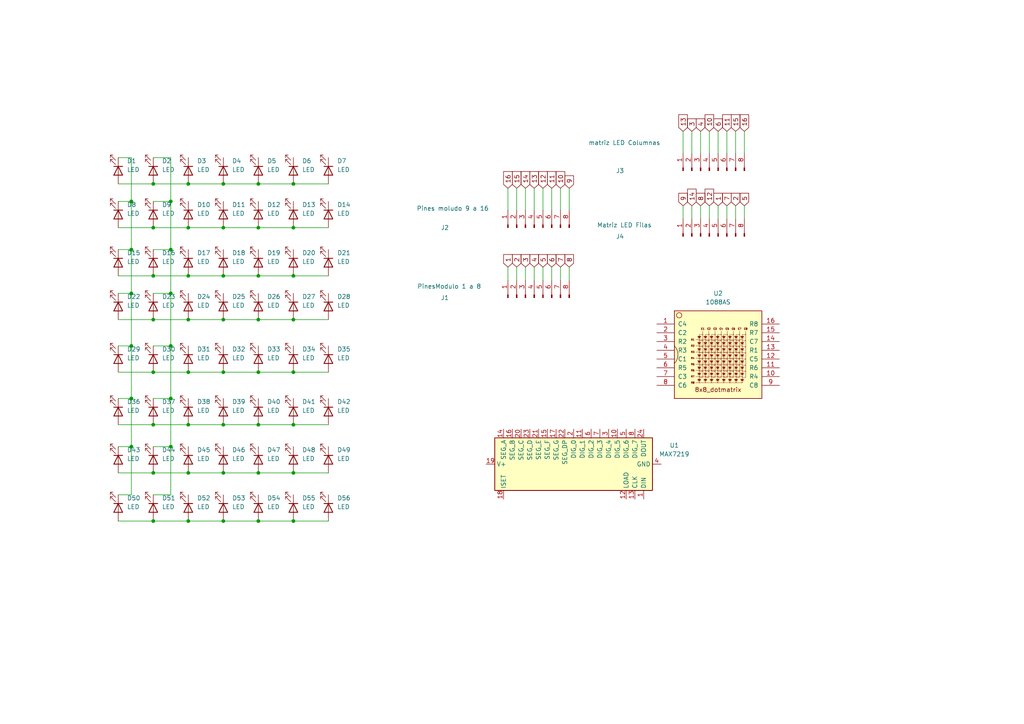
<source format=kicad_sch>
(kicad_sch (version 20250114) (generator "eeschema") (generator_version "9.0")
  (paper "A4")
  (lib_symbols
    (symbol "Connector:Conn_01x08_Pin" (pin_names (offset 1.016) (hide yes))
      (property "Reference" "J" (at 0 10.16 0))
      (property "Value" "Conn_01x08_Pin" (at 0 -12.7 0))
      (symbol "Conn_01x08_Pin_1_1"
        (pin passive line (at 5.08 7.62 180) (length 3.81) (name "Pin_1") (number "1"))
        (pin passive line (at 5.08 5.08 180) (length 3.81) (name "Pin_2") (number "2"))
        (pin passive line (at 5.08 2.54 180) (length 3.81) (name "Pin_3") (number "3"))
        (pin passive line (at 5.08 0 180) (length 3.81) (name "Pin_4") (number "4"))
        (pin passive line (at 5.08 -2.54 180) (length 3.81) (name "Pin_5") (number "5"))
        (pin passive line (at 5.08 -5.08 180) (length 3.81) (name "Pin_6") (number "6"))
        (pin passive line (at 5.08 -7.62 180) (length 3.81) (name "Pin_7") (number "7"))
        (pin passive line (at 5.08 -10.16 180) (length 3.81) (name "Pin_8") (number "8"))
      )
    )
    (symbol "Device:LED" (pin_numbers (hide yes)) (pin_names (offset 1.016) (hide yes))
      (property "Reference" "D" (at 0 2.54 0))
      (property "Value" "LED" (at 0 -2.54 0))
      (symbol "LED_1_1"
        (pin passive line (at -3.81 0 0) (length 2.54) (name "K") (number "1"))
        (pin passive line (at 3.81 0 180) (length 2.54) (name "A") (number "2"))
      )
    )
    (symbol "Driver_LED:MAX7219"
      (property "Reference" "U" (at -6.35 24.13 0))
      (property "Value" "MAX7219" (at 1.27 25.4 0))
      (symbol "MAX7219_1_1"
        (pin input line (at -10.16 20.32 0) (length 2.54) (name "ISET") (number "18"))
        (pin input line (at -10.16 -15.24 0) (length 2.54) (name "LOAD") (number "12"))
        (pin input line (at -10.16 -17.78 0) (length 2.54) (name "CLK") (number "13"))
        (pin input line (at -10.16 -20.32 0) (length 2.54) (name "DIN") (number "1"))
        (pin power_in line (at 0 25.4 270) (length 2.54) (name "V+") (number "19"))
        (pin power_in line (at 0 -25.4 90) (length 2.54) (name "GND") (number "4"))
        (pin passive line (at 0 -25.4 90) (length 2.54) (hide yes) (name "GND") (number "9"))
        (pin output line (at 10.16 20.32 180) (length 2.54) (name "SEG_A") (number "14"))
        (pin output line (at 10.16 17.78 180) (length 2.54) (name "SEG_B") (number "16"))
        (pin output line (at 10.16 15.24 180) (length 2.54) (name "SEG_C") (number "20"))
        (pin output line (at 10.16 12.7 180) (length 2.54) (name "SEG_D") (number "23"))
        (pin output line (at 10.16 10.16 180) (length 2.54) (name "SEG_E") (number "21"))
        (pin output line (at 10.16 7.62 180) (length 2.54) (name "SEG_F") (number "15"))
        (pin output line (at 10.16 5.08 180) (length 2.54) (name "SEG_G") (number "17"))
        (pin output line (at 10.16 2.54 180) (length 2.54) (name "SEG_DP") (number "22"))
        (pin output line (at 10.16 0 180) (length 2.54) (name "DIG_0") (number "2"))
        (pin output line (at 10.16 -2.54 180) (length 2.54) (name "DIG_1") (number "11"))
        (pin output line (at 10.16 -5.08 180) (length 2.54) (name "DIG_2") (number "6"))
        (pin output line (at 10.16 -7.62 180) (length 2.54) (name "DIG_3") (number "7"))
        (pin output line (at 10.16 -10.16 180) (length 2.54) (name "DIG_4") (number "3"))
        (pin output line (at 10.16 -12.7 180) (length 2.54) (name "DIG_5") (number "10"))
        (pin output line (at 10.16 -15.24 180) (length 2.54) (name "DIG_6") (number "5"))
        (pin output line (at 10.16 -17.78 180) (length 2.54) (name "DIG_7") (number "8"))
        (pin output line (at 10.16 -20.32 180) (length 2.54) (name "DOUT") (number "24"))
      )
    )
    (symbol "LED_1088as:1088AS" (pin_names (offset 1.016))
      (property "Reference" "U" (at 7.62 11.43 0))
      (property "Value" "1088AS" (at 0 11.43 0))
      (symbol "1088AS_0_0"
        (text "8x8_dotmatrix" (at 0 -10.16 0) (effects (font (size 1.27 1.27))))
      )
      (symbol "1088AS_1_1"
        (text "R1" (at -7.366 4.318 0) (effects (font (size 0.508 0.508))))
        (text "R2" (at -7.366 2.54 0) (effects (font (size 0.508 0.508))))
        (text "R3" (at -7.366 0.762 0) (effects (font (size 0.508 0.508))))
        (text "R4" (at -7.366 -1.016 0) (effects (font (size 0.508 0.508))))
        (text "R5" (at -7.366 -2.794 0) (effects (font (size 0.508 0.508))))
        (text "R6" (at -7.366 -4.572 0) (effects (font (size 0.508 0.508))))
        (text "R7" (at -7.366 -6.35 0) (effects (font (size 0.508 0.508))))
        (text "R8" (at -7.366 -8.128 0) (effects (font (size 0.508 0.508))))
        (text "C1" (at -4.445 7.493 0) (effects (font (size 0.508 0.508))))
        (text "C2" (at -2.667 7.493 0) (effects (font (size 0.508 0.508))))
        (text "C3" (at -0.889 7.493 0) (effects (font (size 0.508 0.508))))
        (text "C4" (at 0.889 7.493 0) (effects (font (size 0.508 0.508))))
        (text "C5" (at 2.667 7.493 0) (effects (font (size 0.508 0.508))))
        (text "C6" (at 4.445 7.493 0) (effects (font (size 0.508 0.508))))
        (text "C7" (at 6.223 7.493 0) (effects (font (size 0.508 0.508))))
        (text "C8" (at 8.001 7.493 0) (effects (font (size 0.508 0.508))))
        (pin input line (at -17.78 8.89 0) (length 5.08) (name "C4") (number "1"))
        (pin input line (at -17.78 6.35 0) (length 5.08) (name "C2") (number "2"))
        (pin output line (at -17.78 3.81 0) (length 5.08) (name "R2") (number "3"))
        (pin output line (at -17.78 1.27 0) (length 5.08) (name "R3") (number "4"))
        (pin input line (at -17.78 -1.27 0) (length 5.08) (name "C1") (number "5"))
        (pin output line (at -17.78 -3.81 0) (length 5.08) (name "R5") (number "6"))
        (pin input line (at -17.78 -6.35 0) (length 5.08) (name "C3") (number "7"))
        (pin input line (at -17.78 -8.89 0) (length 5.08) (name "C6") (number "8"))
        (pin output line (at 17.78 8.89 180) (length 5.08) (name "R8") (number "16"))
        (pin output line (at 17.78 6.35 180) (length 5.08) (name "R7") (number "15"))
        (pin input line (at 17.78 3.81 180) (length 5.08) (name "C7") (number "14"))
        (pin output line (at 17.78 1.27 180) (length 5.08) (name "R1") (number "13"))
        (pin input line (at 17.78 -1.27 180) (length 5.08) (name "C5") (number "12"))
        (pin output line (at 17.78 -3.81 180) (length 5.08) (name "R6") (number "11"))
        (pin output line (at 17.78 -6.35 180) (length 5.08) (name "R4") (number "10"))
        (pin input line (at 17.78 -8.89 180) (length 5.08) (name "C8") (number "9"))
      )
    )
  )
  (junction (at 64.77 80.01))
  (junction (at 54.61 53.34))
  (junction (at 49.53 129.54))
  (junction (at 85.09 92.71))
  (junction (at 64.77 92.71))
  (junction (at 85.09 123.19))
  (junction (at 74.93 80.01))
  (junction (at 74.93 53.34))
  (junction (at 44.45 123.19))
  (junction (at 74.93 151.13))
  (junction (at 44.45 53.34))
  (junction (at 44.45 92.71))
  (junction (at 49.53 72.39))
  (junction (at 38.1 85.09))
  (junction (at 54.61 151.13))
  (junction (at 74.93 123.19))
  (junction (at 54.61 92.71))
  (junction (at 85.09 151.13))
  (junction (at 64.77 53.34))
  (junction (at 74.93 107.95))
  (junction (at 85.09 53.34))
  (junction (at 74.93 92.71))
  (junction (at 44.45 151.13))
  (junction (at 38.1 100.33))
  (junction (at 85.09 137.16))
  (junction (at 44.45 137.16))
  (junction (at 54.61 66.04))
  (junction (at 64.77 151.13))
  (junction (at 49.53 85.09))
  (junction (at 74.93 137.16))
  (junction (at 44.45 66.04))
  (junction (at 38.1 58.42))
  (junction (at 44.45 107.95))
  (junction (at 38.1 115.57))
  (junction (at 38.1 72.39))
  (junction (at 54.61 137.16))
  (junction (at 54.61 107.95))
  (junction (at 38.1 129.54))
  (junction (at 74.93 66.04))
  (junction (at 85.09 66.04))
  (junction (at 44.45 80.01))
  (junction (at 85.09 80.01))
  (junction (at 54.61 123.19))
  (junction (at 64.77 123.19))
  (junction (at 49.53 100.33))
  (junction (at 54.61 80.01))
  (junction (at 64.77 137.16))
  (junction (at 49.53 115.57))
  (junction (at 49.53 58.42))
  (junction (at 64.77 66.04))
  (junction (at 64.77 107.95))
  (junction (at 85.09 107.95))
  (wire (pts (xy 85.09 92.71) (xy 95.25 92.71)))
  (wire (pts (xy 208.28 59.69) (xy 208.28 63.5)))
  (wire (pts (xy 54.61 151.13) (xy 64.77 151.13)))
  (wire (pts (xy 74.93 66.04) (xy 85.09 66.04)))
  (wire (pts (xy 200.66 59.69) (xy 200.66 63.5)))
  (wire (pts (xy 44.45 143.51) (xy 49.53 143.51)))
  (wire (pts (xy 49.53 115.57) (xy 49.53 100.33)))
  (wire (pts (xy 54.61 53.34) (xy 64.77 53.34)))
  (wire (pts (xy 38.1 72.39) (xy 38.1 85.09)))
  (wire (pts (xy 34.29 72.39) (xy 38.1 72.39)))
  (wire (pts (xy 205.74 38.1) (xy 205.74 44.45)))
  (wire (pts (xy 54.61 107.95) (xy 64.77 107.95)))
  (wire (pts (xy 44.45 115.57) (xy 49.53 115.57)))
  (wire (pts (xy 160.02 54.61) (xy 160.02 60.96)))
  (wire (pts (xy 38.1 100.33) (xy 38.1 115.57)))
  (wire (pts (xy 34.29 58.42) (xy 38.1 58.42)))
  (wire (pts (xy 34.29 100.33) (xy 38.1 100.33)))
  (wire (pts (xy 198.12 38.1) (xy 198.12 44.45)))
  (wire (pts (xy 147.32 77.47) (xy 147.32 81.28)))
  (wire (pts (xy 64.77 66.04) (xy 74.93 66.04)))
  (wire (pts (xy 85.09 137.16) (xy 95.25 137.16)))
  (wire (pts (xy 49.53 45.72) (xy 44.45 45.72)))
  (wire (pts (xy 64.77 123.19) (xy 74.93 123.19)))
  (wire (pts (xy 54.61 123.19) (xy 64.77 123.19)))
  (wire (pts (xy 215.9 38.1) (xy 215.9 44.45)))
  (wire (pts (xy 85.09 123.19) (xy 95.25 123.19)))
  (wire (pts (xy 34.29 137.16) (xy 44.45 137.16)))
  (wire (pts (xy 34.29 123.19) (xy 44.45 123.19)))
  (wire (pts (xy 54.61 80.01) (xy 64.77 80.01)))
  (wire (pts (xy 34.29 53.34) (xy 44.45 53.34)))
  (wire (pts (xy 85.09 151.13) (xy 95.25 151.13)))
  (wire (pts (xy 149.86 77.47) (xy 149.86 81.28)))
  (wire (pts (xy 205.74 59.69) (xy 205.74 63.5)))
  (wire (pts (xy 210.82 38.1) (xy 210.82 44.45)))
  (wire (pts (xy 74.93 80.01) (xy 85.09 80.01)))
  (wire (pts (xy 154.94 54.61) (xy 154.94 60.96)))
  (wire (pts (xy 154.94 77.47) (xy 154.94 81.28)))
  (wire (pts (xy 34.29 45.72) (xy 38.1 45.72)))
  (wire (pts (xy 165.1 77.47) (xy 165.1 81.28)))
  (wire (pts (xy 74.93 151.13) (xy 85.09 151.13)))
  (wire (pts (xy 74.93 137.16) (xy 85.09 137.16)))
  (wire (pts (xy 44.45 129.54) (xy 49.53 129.54)))
  (wire (pts (xy 44.45 85.09) (xy 49.53 85.09)))
  (wire (pts (xy 64.77 151.13) (xy 74.93 151.13)))
  (wire (pts (xy 44.45 137.16) (xy 54.61 137.16)))
  (wire (pts (xy 44.45 72.39) (xy 49.53 72.39)))
  (wire (pts (xy 38.1 45.72) (xy 38.1 58.42)))
  (wire (pts (xy 44.45 66.04) (xy 54.61 66.04)))
  (wire (pts (xy 64.77 107.95) (xy 74.93 107.95)))
  (wire (pts (xy 54.61 66.04) (xy 64.77 66.04)))
  (wire (pts (xy 34.29 92.71) (xy 44.45 92.71)))
  (wire (pts (xy 64.77 137.16) (xy 74.93 137.16)))
  (wire (pts (xy 49.53 85.09) (xy 49.53 72.39)))
  (wire (pts (xy 38.1 129.54) (xy 38.1 143.51)))
  (wire (pts (xy 74.93 92.71) (xy 85.09 92.71)))
  (wire (pts (xy 44.45 58.42) (xy 49.53 58.42)))
  (wire (pts (xy 74.93 107.95) (xy 85.09 107.95)))
  (wire (pts (xy 85.09 66.04) (xy 95.25 66.04)))
  (wire (pts (xy 203.2 59.69) (xy 203.2 63.5)))
  (wire (pts (xy 152.4 54.61) (xy 152.4 60.96)))
  (wire (pts (xy 210.82 59.69) (xy 210.82 63.5)))
  (wire (pts (xy 34.29 129.54) (xy 38.1 129.54)))
  (wire (pts (xy 34.29 151.13) (xy 44.45 151.13)))
  (wire (pts (xy 147.32 54.61) (xy 147.32 60.96)))
  (wire (pts (xy 38.1 115.57) (xy 38.1 129.54)))
  (wire (pts (xy 160.02 77.47) (xy 160.02 81.28)))
  (wire (pts (xy 215.9 59.69) (xy 215.9 63.5)))
  (wire (pts (xy 38.1 58.42) (xy 38.1 72.39)))
  (wire (pts (xy 44.45 80.01) (xy 54.61 80.01)))
  (wire (pts (xy 85.09 80.01) (xy 95.25 80.01)))
  (wire (pts (xy 44.45 100.33) (xy 49.53 100.33)))
  (wire (pts (xy 200.66 38.1) (xy 200.66 44.45)))
  (wire (pts (xy 49.53 72.39) (xy 49.53 58.42)))
  (wire (pts (xy 74.93 53.34) (xy 85.09 53.34)))
  (wire (pts (xy 34.29 85.09) (xy 38.1 85.09)))
  (wire (pts (xy 162.56 54.61) (xy 162.56 60.96)))
  (wire (pts (xy 54.61 137.16) (xy 64.77 137.16)))
  (wire (pts (xy 38.1 85.09) (xy 38.1 100.33)))
  (wire (pts (xy 49.53 143.51) (xy 49.53 129.54)))
  (wire (pts (xy 74.93 123.19) (xy 85.09 123.19)))
  (wire (pts (xy 152.4 77.47) (xy 152.4 81.28)))
  (wire (pts (xy 44.45 151.13) (xy 54.61 151.13)))
  (wire (pts (xy 44.45 53.34) (xy 54.61 53.34)))
  (wire (pts (xy 64.77 53.34) (xy 74.93 53.34)))
  (wire (pts (xy 198.12 59.69) (xy 198.12 63.5)))
  (wire (pts (xy 34.29 80.01) (xy 44.45 80.01)))
  (wire (pts (xy 44.45 123.19) (xy 54.61 123.19)))
  (wire (pts (xy 203.2 38.1) (xy 203.2 44.45)))
  (wire (pts (xy 54.61 92.71) (xy 64.77 92.71)))
  (wire (pts (xy 208.28 38.1) (xy 208.28 44.45)))
  (wire (pts (xy 44.45 107.95) (xy 54.61 107.95)))
  (wire (pts (xy 157.48 77.47) (xy 157.48 81.28)))
  (wire (pts (xy 85.09 53.34) (xy 95.25 53.34)))
  (wire (pts (xy 157.48 54.61) (xy 157.48 60.96)))
  (wire (pts (xy 34.29 115.57) (xy 38.1 115.57)))
  (wire (pts (xy 49.53 100.33) (xy 49.53 85.09)))
  (wire (pts (xy 64.77 80.01) (xy 74.93 80.01)))
  (wire (pts (xy 49.53 58.42) (xy 49.53 45.72)))
  (wire (pts (xy 34.29 66.04) (xy 44.45 66.04)))
  (wire (pts (xy 85.09 107.95) (xy 95.25 107.95)))
  (wire (pts (xy 34.29 107.95) (xy 44.45 107.95)))
  (wire (pts (xy 49.53 129.54) (xy 49.53 115.57)))
  (wire (pts (xy 44.45 92.71) (xy 54.61 92.71)))
  (wire (pts (xy 213.36 59.69) (xy 213.36 63.5)))
  (wire (pts (xy 162.56 77.47) (xy 162.56 81.28)))
  (wire (pts (xy 64.77 92.71) (xy 74.93 92.71)))
  (wire (pts (xy 165.1 54.61) (xy 165.1 60.96)))
  (wire (pts (xy 213.36 38.1) (xy 213.36 44.45)))
  (wire (pts (xy 149.86 54.61) (xy 149.86 60.96)))
  (wire (pts (xy 38.1 143.51) (xy 34.29 143.51)))
  (global_label "9" (shape input) (at 198.12 59.69 90) (property "Intersheetrefs" "${INTERSHEET_REFS}" (effects (hide yes))))
  (global_label "2" (shape input) (at 149.86 77.47 90) (property "Intersheetrefs" "${INTERSHEET_REFS}" (effects (hide yes))))
  (global_label "10" (shape input) (at 162.56 54.61 90) (property "Intersheetrefs" "${INTERSHEET_REFS}" (effects (hide yes))))
  (global_label "4" (shape input) (at 203.2 38.1 90) (property "Intersheetrefs" "${INTERSHEET_REFS}" (effects (hide yes))))
  (global_label "15" (shape input) (at 213.36 38.1 90) (property "Intersheetrefs" "${INTERSHEET_REFS}" (effects (hide yes))))
  (global_label "16" (shape input) (at 215.9 38.1 90) (property "Intersheetrefs" "${INTERSHEET_REFS}" (effects (hide yes))))
  (global_label "1" (shape input) (at 147.32 77.47 90) (property "Intersheetrefs" "${INTERSHEET_REFS}" (effects (hide yes))))
  (global_label "12" (shape input) (at 157.48 54.61 90) (property "Intersheetrefs" "${INTERSHEET_REFS}" (effects (hide yes))))
  (global_label "6" (shape input) (at 208.28 38.1 90) (property "Intersheetrefs" "${INTERSHEET_REFS}" (effects (hide yes))))
  (global_label "5" (shape input) (at 157.48 77.47 90) (property "Intersheetrefs" "${INTERSHEET_REFS}" (effects (hide yes))))
  (global_label "8" (shape input) (at 203.2 59.69 90) (property "Intersheetrefs" "${INTERSHEET_REFS}" (effects (hide yes))))
  (global_label "13" (shape input) (at 198.12 38.1 90) (property "Intersheetrefs" "${INTERSHEET_REFS}" (effects (hide yes))))
  (global_label "5" (shape input) (at 215.9 59.69 90) (property "Intersheetrefs" "${INTERSHEET_REFS}" (effects (hide yes))))
  (global_label "9" (shape input) (at 165.1 54.61 90) (property "Intersheetrefs" "${INTERSHEET_REFS}" (effects (hide yes))))
  (global_label "14" (shape input) (at 152.4 54.61 90) (property "Intersheetrefs" "${INTERSHEET_REFS}" (effects (hide yes))))
  (global_label "15" (shape input) (at 149.86 54.61 90) (property "Intersheetrefs" "${INTERSHEET_REFS}" (effects (hide yes))))
  (global_label "3" (shape input) (at 200.66 38.1 90) (property "Intersheetrefs" "${INTERSHEET_REFS}" (effects (hide yes))))
  (global_label "8" (shape input) (at 165.1 77.47 90) (property "Intersheetrefs" "${INTERSHEET_REFS}" (effects (hide yes))))
  (global_label "4" (shape input) (at 154.94 77.47 90) (property "Intersheetrefs" "${INTERSHEET_REFS}" (effects (hide yes))))
  (global_label "13" (shape input) (at 154.94 54.61 90) (property "Intersheetrefs" "${INTERSHEET_REFS}" (effects (hide yes))))
  (global_label "7" (shape input) (at 162.56 77.47 90) (property "Intersheetrefs" "${INTERSHEET_REFS}" (effects (hide yes))))
  (global_label "11" (shape input) (at 160.02 54.61 90) (property "Intersheetrefs" "${INTERSHEET_REFS}" (effects (hide yes))))
  (global_label "6" (shape input) (at 160.02 77.47 90) (property "Intersheetrefs" "${INTERSHEET_REFS}" (effects (hide yes))))
  (global_label "12" (shape input) (at 205.74 59.69 90) (property "Intersheetrefs" "${INTERSHEET_REFS}" (effects (hide yes))))
  (global_label "1" (shape input) (at 208.28 59.69 90) (property "Intersheetrefs" "${INTERSHEET_REFS}" (effects (hide yes))))
  (global_label "14" (shape input) (at 200.66 59.69 90) (property "Intersheetrefs" "${INTERSHEET_REFS}" (effects (hide yes))))
  (global_label "3" (shape input) (at 152.4 77.47 90) (property "Intersheetrefs" "${INTERSHEET_REFS}" (effects (hide yes))))
  (global_label "7" (shape input) (at 210.82 59.69 90) (property "Intersheetrefs" "${INTERSHEET_REFS}" (effects (hide yes))))
  (global_label "2" (shape input) (at 213.36 59.69 90) (property "Intersheetrefs" "${INTERSHEET_REFS}" (effects (hide yes))))
  (global_label "10" (shape input) (at 205.74 38.1 90) (property "Intersheetrefs" "${INTERSHEET_REFS}" (effects (hide yes))))
  (global_label "16" (shape input) (at 147.32 54.61 90) (property "Intersheetrefs" "${INTERSHEET_REFS}" (effects (hide yes))))
  (global_label "11" (shape input) (at 210.82 38.1 90) (property "Intersheetrefs" "${INTERSHEET_REFS}" (effects (hide yes))))
  (symbol (lib_id "Device:LED") (at 85.09 49.53 270) (unit 1)
    (property "Reference" "D6" (at 87.63 46.6724 90) (effects (justify left)))
    (property "Value" "LED" (at 87.63 49.2124 90) (effects (justify left)))
    (property "Footprint" "LED_THT:LED_D3.0mm_Clear" (effects (hide yes)))
    (property "Description" "Light emitting diode" (effects (hide yes)))
    (property "Sim.Pins" "1=K 2=A" (effects (hide yes)))
  )
  (symbol (lib_id "Device:LED") (at 95.25 104.14 270) (unit 1)
    (property "Reference" "D35" (at 97.79 101.2824 90) (effects (justify left)))
    (property "Value" "LED" (at 97.79 103.8224 90) (effects (justify left)))
    (property "Footprint" "LED_THT:LED_D3.0mm_Clear" (effects (hide yes)))
    (property "Description" "Light emitting diode" (effects (hide yes)))
    (property "Sim.Pins" "1=K 2=A" (effects (hide yes)))
  )
  (symbol (lib_id "Device:LED") (at 44.45 76.2 270) (unit 1)
    (property "Reference" "D16" (at 46.99 73.3424 90) (effects (justify left)))
    (property "Value" "LED" (at 46.99 75.8824 90) (effects (justify left)))
    (property "Footprint" "LED_THT:LED_D3.0mm_Clear" (effects (hide yes)))
    (property "Description" "Light emitting diode" (effects (hide yes)))
    (property "Sim.Pins" "1=K 2=A" (effects (hide yes)))
  )
  (symbol (lib_id "Device:LED") (at 64.77 104.14 270) (unit 1)
    (property "Reference" "D32" (at 67.31 101.2824 90) (effects (justify left)))
    (property "Value" "LED" (at 67.31 103.8224 90) (effects (justify left)))
    (property "Footprint" "LED_THT:LED_D3.0mm_Clear" (effects (hide yes)))
    (property "Description" "Light emitting diode" (effects (hide yes)))
    (property "Sim.Pins" "1=K 2=A" (effects (hide yes)))
  )
  (symbol (lib_id "Device:LED") (at 64.77 88.9 270) (unit 1)
    (property "Reference" "D25" (at 67.31 86.0424 90) (effects (justify left)))
    (property "Value" "LED" (at 67.31 88.5824 90) (effects (justify left)))
    (property "Footprint" "LED_THT:LED_D3.0mm_Clear" (effects (hide yes)))
    (property "Description" "Light emitting diode" (effects (hide yes)))
    (property "Sim.Pins" "1=K 2=A" (effects (hide yes)))
  )
  (symbol (lib_id "Device:LED") (at 95.25 76.2 270) (unit 1)
    (property "Reference" "D21" (at 97.79 73.3424 90) (effects (justify left)))
    (property "Value" "LED" (at 97.79 75.8824 90) (effects (justify left)))
    (property "Footprint" "LED_THT:LED_D3.0mm_Clear" (effects (hide yes)))
    (property "Description" "Light emitting diode" (effects (hide yes)))
    (property "Sim.Pins" "1=K 2=A" (effects (hide yes)))
  )
  (symbol (lib_id "Device:LED") (at 64.77 147.32 270) (unit 1)
    (property "Reference" "D53" (at 67.31 144.4624 90) (effects (justify left)))
    (property "Value" "LED" (at 67.31 147.0024 90) (effects (justify left)))
    (property "Footprint" "LED_THT:LED_D3.0mm_Clear" (effects (hide yes)))
    (property "Description" "Light emitting diode" (effects (hide yes)))
    (property "Sim.Pins" "1=K 2=A" (effects (hide yes)))
  )
  (symbol (lib_id "Device:LED") (at 34.29 49.53 270) (unit 1)
    (property "Reference" "D1" (at 36.83 46.6724 90) (effects (justify left)))
    (property "Value" "LED" (at 36.83 49.2124 90) (effects (justify left)))
    (property "Footprint" "LED_THT:LED_D3.0mm_Clear" (effects (hide yes)))
    (property "Description" "Light emitting diode" (effects (hide yes)))
    (property "Sim.Pins" "1=K 2=A" (effects (hide yes)))
  )
  (symbol (lib_id "Device:LED") (at 44.45 88.9 270) (unit 1)
    (property "Reference" "D23" (at 46.99 86.0424 90) (effects (justify left)))
    (property "Value" "LED" (at 46.99 88.5824 90) (effects (justify left)))
    (property "Footprint" "LED_THT:LED_D3.0mm_Clear" (effects (hide yes)))
    (property "Description" "Light emitting diode" (effects (hide yes)))
    (property "Sim.Pins" "1=K 2=A" (effects (hide yes)))
  )
  (symbol (lib_id "Device:LED") (at 34.29 147.32 270) (unit 1)
    (property "Reference" "D50" (at 36.83 144.4624 90) (effects (justify left)))
    (property "Value" "LED" (at 36.83 147.0024 90) (effects (justify left)))
    (property "Footprint" "LED_THT:LED_D3.0mm_Clear" (effects (hide yes)))
    (property "Description" "Light emitting diode" (effects (hide yes)))
    (property "Sim.Pins" "1=K 2=A" (effects (hide yes)))
  )
  (symbol (lib_id "Device:LED") (at 95.25 49.53 270) (unit 1)
    (property "Reference" "D7" (at 97.79 46.6724 90) (effects (justify left)))
    (property "Value" "LED" (at 97.79 49.2124 90) (effects (justify left)))
    (property "Footprint" "LED_THT:LED_D3.0mm_Clear" (effects (hide yes)))
    (property "Description" "Light emitting diode" (effects (hide yes)))
    (property "Sim.Pins" "1=K 2=A" (effects (hide yes)))
  )
  (symbol (lib_id "Device:LED") (at 85.09 133.35 270) (unit 1)
    (property "Reference" "D48" (at 87.63 130.4924 90) (effects (justify left)))
    (property "Value" "LED" (at 87.63 133.0324 90) (effects (justify left)))
    (property "Footprint" "LED_THT:LED_D3.0mm_Clear" (effects (hide yes)))
    (property "Description" "Light emitting diode" (effects (hide yes)))
    (property "Sim.Pins" "1=K 2=A" (effects (hide yes)))
  )
  (symbol (lib_id "Device:LED") (at 95.25 147.32 270) (unit 1)
    (property "Reference" "D56" (at 97.79 144.4624 90) (effects (justify left)))
    (property "Value" "LED" (at 97.79 147.0024 90) (effects (justify left)))
    (property "Footprint" "LED_THT:LED_D3.0mm_Clear" (effects (hide yes)))
    (property "Description" "Light emitting diode" (effects (hide yes)))
    (property "Sim.Pins" "1=K 2=A" (effects (hide yes)))
  )
  (symbol (lib_id "Device:LED") (at 85.09 119.38 270) (unit 1)
    (property "Reference" "D41" (at 87.63 116.5224 90) (effects (justify left)))
    (property "Value" "LED" (at 87.63 119.0624 90) (effects (justify left)))
    (property "Footprint" "LED_THT:LED_D3.0mm_Clear" (effects (hide yes)))
    (property "Description" "Light emitting diode" (effects (hide yes)))
    (property "Sim.Pins" "1=K 2=A" (effects (hide yes)))
  )
  (symbol (lib_id "Device:LED") (at 64.77 62.23 270) (unit 1)
    (property "Reference" "D11" (at 67.31 59.3724 90) (effects (justify left)))
    (property "Value" "LED" (at 67.31 61.9124 90) (effects (justify left)))
    (property "Footprint" "LED_THT:LED_D3.0mm_Clear" (effects (hide yes)))
    (property "Description" "Light emitting diode" (effects (hide yes)))
    (property "Sim.Pins" "1=K 2=A" (effects (hide yes)))
  )
  (symbol (lib_id "Device:LED") (at 44.45 147.32 270) (unit 1)
    (property "Reference" "D51" (at 46.99 144.4624 90) (effects (justify left)))
    (property "Value" "LED" (at 46.99 147.0024 90) (effects (justify left)))
    (property "Footprint" "LED_THT:LED_D3.0mm_Clear" (effects (hide yes)))
    (property "Description" "Light emitting diode" (effects (hide yes)))
    (property "Sim.Pins" "1=K 2=A" (effects (hide yes)))
  )
  (symbol (lib_id "Connector:Conn_01x08_Pin") (at 205.74 68.58 90) (unit 1)
    (property "Reference" "J4" (at 179.832 68.58 90))
    (property "Value" "Matriz LED Filas" (at 181.102 65.278 90))
    (property "Footprint" "Connector_Hirose:Hirose_DF13-08P-1.25DSA_1x08_P1.25mm_Vertical" (effects (hide yes)))
    (property "Description" "Generic connector, single row, 01x08, script generated" (effects (hide yes)))
  )
  (symbol (lib_id "Device:LED") (at 64.77 49.53 270) (unit 1)
    (property "Reference" "D4" (at 67.31 46.6724 90) (effects (justify left)))
    (property "Value" "LED" (at 67.31 49.2124 90) (effects (justify left)))
    (property "Footprint" "LED_THT:LED_D3.0mm_Clear" (effects (hide yes)))
    (property "Description" "Light emitting diode" (effects (hide yes)))
    (property "Sim.Pins" "1=K 2=A" (effects (hide yes)))
  )
  (symbol (lib_id "Device:LED") (at 95.25 133.35 270) (unit 1)
    (property "Reference" "D49" (at 97.79 130.4924 90) (effects (justify left)))
    (property "Value" "LED" (at 97.79 133.0324 90) (effects (justify left)))
    (property "Footprint" "LED_THT:LED_D3.0mm_Clear" (effects (hide yes)))
    (property "Description" "Light emitting diode" (effects (hide yes)))
    (property "Sim.Pins" "1=K 2=A" (effects (hide yes)))
  )
  (symbol (lib_id "Device:LED") (at 44.45 133.35 270) (unit 1)
    (property "Reference" "D44" (at 46.99 130.4924 90) (effects (justify left)))
    (property "Value" "LED" (at 46.99 133.0324 90) (effects (justify left)))
    (property "Footprint" "LED_THT:LED_D3.0mm_Clear" (effects (hide yes)))
    (property "Description" "Light emitting diode" (effects (hide yes)))
    (property "Sim.Pins" "1=K 2=A" (effects (hide yes)))
  )
  (symbol (lib_id "Device:LED") (at 74.93 104.14 270) (unit 1)
    (property "Reference" "D33" (at 77.47 101.2824 90) (effects (justify left)))
    (property "Value" "LED" (at 77.47 103.8224 90) (effects (justify left)))
    (property "Footprint" "LED_THT:LED_D3.0mm_Clear" (effects (hide yes)))
    (property "Description" "Light emitting diode" (effects (hide yes)))
    (property "Sim.Pins" "1=K 2=A" (effects (hide yes)))
  )
  (symbol (lib_id "Device:LED") (at 54.61 104.14 270) (unit 1)
    (property "Reference" "D31" (at 57.15 101.2824 90) (effects (justify left)))
    (property "Value" "LED" (at 57.15 103.8224 90) (effects (justify left)))
    (property "Footprint" "LED_THT:LED_D3.0mm_Clear" (effects (hide yes)))
    (property "Description" "Light emitting diode" (effects (hide yes)))
    (property "Sim.Pins" "1=K 2=A" (effects (hide yes)))
  )
  (symbol (lib_id "Device:LED") (at 74.93 49.53 270) (unit 1)
    (property "Reference" "D5" (at 77.47 46.6724 90) (effects (justify left)))
    (property "Value" "LED" (at 77.47 49.2124 90) (effects (justify left)))
    (property "Footprint" "LED_THT:LED_D3.0mm_Clear" (effects (hide yes)))
    (property "Description" "Light emitting diode" (effects (hide yes)))
    (property "Sim.Pins" "1=K 2=A" (effects (hide yes)))
  )
  (symbol (lib_id "Connector:Conn_01x08_Pin") (at 154.94 86.36 90) (unit 1)
    (property "Reference" "J1" (at 129.032 86.36 90))
    (property "Value" "PinesModulo 1 a 8" (at 130.302 83.058 90))
    (property "Footprint" "Connector_Hirose:Hirose_DF13-08P-1.25DSA_1x08_P1.25mm_Vertical" (effects (hide yes)))
    (property "Description" "Generic connector, single row, 01x08, script generated" (effects (hide yes)))
  )
  (symbol (lib_id "Device:LED") (at 74.93 119.38 270) (unit 1)
    (property "Reference" "D40" (at 77.47 116.5224 90) (effects (justify left)))
    (property "Value" "LED" (at 77.47 119.0624 90) (effects (justify left)))
    (property "Footprint" "LED_THT:LED_D3.0mm_Clear" (effects (hide yes)))
    (property "Description" "Light emitting diode" (effects (hide yes)))
    (property "Sim.Pins" "1=K 2=A" (effects (hide yes)))
  )
  (symbol (lib_id "Device:LED") (at 44.45 104.14 270) (unit 1)
    (property "Reference" "D30" (at 46.99 101.2824 90) (effects (justify left)))
    (property "Value" "LED" (at 46.99 103.8224 90) (effects (justify left)))
    (property "Footprint" "LED_THT:LED_D3.0mm_Clear" (effects (hide yes)))
    (property "Description" "Light emitting diode" (effects (hide yes)))
    (property "Sim.Pins" "1=K 2=A" (effects (hide yes)))
  )
  (symbol (lib_id "Device:LED") (at 85.09 104.14 270) (unit 1)
    (property "Reference" "D34" (at 87.63 101.2824 90) (effects (justify left)))
    (property "Value" "LED" (at 87.63 103.8224 90) (effects (justify left)))
    (property "Footprint" "LED_THT:LED_D3.0mm_Clear" (effects (hide yes)))
    (property "Description" "Light emitting diode" (effects (hide yes)))
    (property "Sim.Pins" "1=K 2=A" (effects (hide yes)))
  )
  (symbol (lib_id "Device:LED") (at 74.93 88.9 270) (unit 1)
    (property "Reference" "D26" (at 77.47 86.0424 90) (effects (justify left)))
    (property "Value" "LED" (at 77.47 88.5824 90) (effects (justify left)))
    (property "Footprint" "LED_THT:LED_D3.0mm_Clear" (effects (hide yes)))
    (property "Description" "Light emitting diode" (effects (hide yes)))
    (property "Sim.Pins" "1=K 2=A" (effects (hide yes)))
  )
  (symbol (lib_id "Device:LED") (at 54.61 49.53 270) (unit 1)
    (property "Reference" "D3" (at 57.15 46.6724 90) (effects (justify left)))
    (property "Value" "LED" (at 57.15 49.2124 90) (effects (justify left)))
    (property "Footprint" "LED_THT:LED_D3.0mm_Clear" (effects (hide yes)))
    (property "Description" "Light emitting diode" (effects (hide yes)))
    (property "Sim.Pins" "1=K 2=A" (effects (hide yes)))
  )
  (symbol (lib_id "Device:LED") (at 64.77 133.35 270) (unit 1)
    (property "Reference" "D46" (at 67.31 130.4924 90) (effects (justify left)))
    (property "Value" "LED" (at 67.31 133.0324 90) (effects (justify left)))
    (property "Footprint" "LED_THT:LED_D3.0mm_Clear" (effects (hide yes)))
    (property "Description" "Light emitting diode" (effects (hide yes)))
    (property "Sim.Pins" "1=K 2=A" (effects (hide yes)))
  )
  (symbol (lib_id "Device:LED") (at 34.29 88.9 270) (unit 1)
    (property "Reference" "D22" (at 36.83 86.0424 90) (effects (justify left)))
    (property "Value" "LED" (at 36.83 88.5824 90) (effects (justify left)))
    (property "Footprint" "LED_THT:LED_D3.0mm_Clear" (effects (hide yes)))
    (property "Description" "Light emitting diode" (effects (hide yes)))
    (property "Sim.Pins" "1=K 2=A" (effects (hide yes)))
  )
  (symbol (lib_id "Device:LED") (at 74.93 133.35 270) (unit 1)
    (property "Reference" "D47" (at 77.47 130.4924 90) (effects (justify left)))
    (property "Value" "LED" (at 77.47 133.0324 90) (effects (justify left)))
    (property "Footprint" "LED_THT:LED_D3.0mm_Clear" (effects (hide yes)))
    (property "Description" "Light emitting diode" (effects (hide yes)))
    (property "Sim.Pins" "1=K 2=A" (effects (hide yes)))
  )
  (symbol (lib_id "Connector:Conn_01x08_Pin") (at 205.74 49.53 90) (unit 1)
    (property "Reference" "J3" (at 179.832 49.53 90))
    (property "Value" "matriz LED Columnas" (at 181.102 41.402 90))
    (property "Footprint" "Connector_Hirose:Hirose_DF13-08P-1.25DSA_1x08_P1.25mm_Vertical" (effects (hide yes)))
    (property "Description" "Generic connector, single row, 01x08, script generated" (effects (hide yes)))
  )
  (symbol (lib_id "Device:LED") (at 64.77 76.2 270) (unit 1)
    (property "Reference" "D18" (at 67.31 73.3424 90) (effects (justify left)))
    (property "Value" "LED" (at 67.31 75.8824 90) (effects (justify left)))
    (property "Footprint" "LED_THT:LED_D3.0mm_Clear" (effects (hide yes)))
    (property "Description" "Light emitting diode" (effects (hide yes)))
    (property "Sim.Pins" "1=K 2=A" (effects (hide yes)))
  )
  (symbol (lib_id "LED_1088as:1088AS") (at 208.28 102.87 0) (unit 1)
    (property "Reference" "U2" (at 208.28 85.09 0))
    (property "Value" "1088AS" (at 208.28 87.63 0))
    (property "Footprint" "lib_fp:LED_1088_Pin_Header" (effects (hide yes)))
  )
  (symbol (lib_id "Device:LED") (at 54.61 119.38 270) (unit 1)
    (property "Reference" "D38" (at 57.15 116.5224 90) (effects (justify left)))
    (property "Value" "LED" (at 57.15 119.0624 90) (effects (justify left)))
    (property "Footprint" "LED_THT:LED_D3.0mm_Clear" (effects (hide yes)))
    (property "Description" "Light emitting diode" (effects (hide yes)))
    (property "Sim.Pins" "1=K 2=A" (effects (hide yes)))
  )
  (symbol (lib_id "Device:LED") (at 85.09 62.23 270) (unit 1)
    (property "Reference" "D13" (at 87.63 59.3724 90) (effects (justify left)))
    (property "Value" "LED" (at 87.63 61.9124 90) (effects (justify left)))
    (property "Footprint" "LED_THT:LED_D3.0mm_Clear" (effects (hide yes)))
    (property "Description" "Light emitting diode" (effects (hide yes)))
    (property "Sim.Pins" "1=K 2=A" (effects (hide yes)))
  )
  (symbol (lib_id "Device:LED") (at 44.45 62.23 270) (unit 1)
    (property "Reference" "D9" (at 46.99 59.3724 90) (effects (justify left)))
    (property "Value" "LED" (at 46.99 61.9124 90) (effects (justify left)))
    (property "Footprint" "LED_THT:LED_D3.0mm_Clear" (effects (hide yes)))
    (property "Description" "Light emitting diode" (effects (hide yes)))
    (property "Sim.Pins" "1=K 2=A" (effects (hide yes)))
  )
  (symbol (lib_id "Device:LED") (at 85.09 147.32 270) (unit 1)
    (property "Reference" "D55" (at 87.63 144.4624 90) (effects (justify left)))
    (property "Value" "LED" (at 87.63 147.0024 90) (effects (justify left)))
    (property "Footprint" "LED_THT:LED_D3.0mm_Clear" (effects (hide yes)))
    (property "Description" "Light emitting diode" (effects (hide yes)))
    (property "Sim.Pins" "1=K 2=A" (effects (hide yes)))
  )
  (symbol (lib_id "Device:LED") (at 44.45 119.38 270) (unit 1)
    (property "Reference" "D37" (at 46.99 116.5224 90) (effects (justify left)))
    (property "Value" "LED" (at 46.99 119.0624 90) (effects (justify left)))
    (property "Footprint" "LED_THT:LED_D3.0mm_Clear" (effects (hide yes)))
    (property "Description" "Light emitting diode" (effects (hide yes)))
    (property "Sim.Pins" "1=K 2=A" (effects (hide yes)))
  )
  (symbol (lib_id "Device:LED") (at 54.61 88.9 270) (unit 1)
    (property "Reference" "D24" (at 57.15 86.0424 90) (effects (justify left)))
    (property "Value" "LED" (at 57.15 88.5824 90) (effects (justify left)))
    (property "Footprint" "LED_THT:LED_D3.0mm_Clear" (effects (hide yes)))
    (property "Description" "Light emitting diode" (effects (hide yes)))
    (property "Sim.Pins" "1=K 2=A" (effects (hide yes)))
  )
  (symbol (lib_id "Device:LED") (at 54.61 76.2 270) (unit 1)
    (property "Reference" "D17" (at 57.15 73.3424 90) (effects (justify left)))
    (property "Value" "LED" (at 57.15 75.8824 90) (effects (justify left)))
    (property "Footprint" "LED_THT:LED_D3.0mm_Clear" (effects (hide yes)))
    (property "Description" "Light emitting diode" (effects (hide yes)))
    (property "Sim.Pins" "1=K 2=A" (effects (hide yes)))
  )
  (symbol (lib_id "Device:LED") (at 44.45 49.53 270) (unit 1)
    (property "Reference" "D2" (at 46.99 46.6724 90) (effects (justify left)))
    (property "Value" "LED" (at 46.99 49.2124 90) (effects (justify left)))
    (property "Footprint" "LED_THT:LED_D3.0mm_Clear" (effects (hide yes)))
    (property "Description" "Light emitting diode" (effects (hide yes)))
    (property "Sim.Pins" "1=K 2=A" (effects (hide yes)))
  )
  (symbol (lib_id "Connector:Conn_01x08_Pin") (at 154.94 66.04 90) (unit 1)
    (property "Reference" "J2" (at 129.032 66.04 90))
    (property "Value" "Pines moludo 9 a 16" (at 131.318 60.452 90))
    (property "Footprint" "Connector_Hirose:Hirose_DF13-08P-1.25DSA_1x08_P1.25mm_Vertical" (effects (hide yes)))
    (property "Description" "Generic connector, single row, 01x08, script generated" (effects (hide yes)))
  )
  (symbol (lib_id "Driver_LED:MAX7219") (at 166.37 134.62 90) (unit 1)
    (property "Reference" "U1" (at 195.58 129.1746 90))
    (property "Value" "MAX7219" (at 195.58 131.7146 90))
    (property "Footprint" "Package_DIP:DIP-24_W7.62mm" (effects (hide yes)))
    (property "Datasheet" "https://datasheets.maximintegrated.com/en/ds/MAX7219-MAX7221.pdf" (effects (hide yes)))
    (property "Description" "8-Digit LED Display Driver" (effects (hide yes)))
  )
  (symbol (lib_id "Device:LED") (at 85.09 76.2 270) (unit 1)
    (property "Reference" "D20" (at 87.63 73.3424 90) (effects (justify left)))
    (property "Value" "LED" (at 87.63 75.8824 90) (effects (justify left)))
    (property "Footprint" "LED_THT:LED_D3.0mm_Clear" (effects (hide yes)))
    (property "Description" "Light emitting diode" (effects (hide yes)))
    (property "Sim.Pins" "1=K 2=A" (effects (hide yes)))
  )
  (symbol (lib_id "Device:LED") (at 95.25 119.38 270) (unit 1)
    (property "Reference" "D42" (at 97.79 116.5224 90) (effects (justify left)))
    (property "Value" "LED" (at 97.79 119.0624 90) (effects (justify left)))
    (property "Footprint" "LED_THT:LED_D3.0mm_Clear" (effects (hide yes)))
    (property "Description" "Light emitting diode" (effects (hide yes)))
    (property "Sim.Pins" "1=K 2=A" (effects (hide yes)))
  )
  (symbol (lib_id "Device:LED") (at 34.29 133.35 270) (unit 1)
    (property "Reference" "D43" (at 36.83 130.4924 90) (effects (justify left)))
    (property "Value" "LED" (at 36.83 133.0324 90) (effects (justify left)))
    (property "Footprint" "LED_THT:LED_D3.0mm_Clear" (effects (hide yes)))
    (property "Description" "Light emitting diode" (effects (hide yes)))
    (property "Sim.Pins" "1=K 2=A" (effects (hide yes)))
  )
  (symbol (lib_id "Device:LED") (at 54.61 147.32 270) (unit 1)
    (property "Reference" "D52" (at 57.15 144.4624 90) (effects (justify left)))
    (property "Value" "LED" (at 57.15 147.0024 90) (effects (justify left)))
    (property "Footprint" "LED_THT:LED_D3.0mm_Clear" (effects (hide yes)))
    (property "Description" "Light emitting diode" (effects (hide yes)))
    (property "Sim.Pins" "1=K 2=A" (effects (hide yes)))
  )
  (symbol (lib_id "Device:LED") (at 54.61 62.23 270) (unit 1)
    (property "Reference" "D10" (at 57.15 59.3724 90) (effects (justify left)))
    (property "Value" "LED" (at 57.15 61.9124 90) (effects (justify left)))
    (property "Footprint" "LED_THT:LED_D3.0mm_Clear" (effects (hide yes)))
    (property "Description" "Light emitting diode" (effects (hide yes)))
    (property "Sim.Pins" "1=K 2=A" (effects (hide yes)))
  )
  (symbol (lib_id "Device:LED") (at 85.09 88.9 270) (unit 1)
    (property "Reference" "D27" (at 87.63 86.0424 90) (effects (justify left)))
    (property "Value" "LED" (at 87.63 88.5824 90) (effects (justify left)))
    (property "Footprint" "LED_THT:LED_D3.0mm_Clear" (effects (hide yes)))
    (property "Description" "Light emitting diode" (effects (hide yes)))
    (property "Sim.Pins" "1=K 2=A" (effects (hide yes)))
  )
  (symbol (lib_id "Device:LED") (at 34.29 62.23 270) (unit 1)
    (property "Reference" "D8" (at 36.83 59.3724 90) (effects (justify left)))
    (property "Value" "LED" (at 36.83 61.9124 90) (effects (justify left)))
    (property "Footprint" "LED_THT:LED_D3.0mm_Clear" (effects (hide yes)))
    (property "Description" "Light emitting diode" (effects (hide yes)))
    (property "Sim.Pins" "1=K 2=A" (effects (hide yes)))
  )
  (symbol (lib_id "Device:LED") (at 34.29 76.2 270) (unit 1)
    (property "Reference" "D15" (at 36.83 73.3424 90) (effects (justify left)))
    (property "Value" "LED" (at 36.83 75.8824 90) (effects (justify left)))
    (property "Footprint" "LED_THT:LED_D3.0mm_Clear" (effects (hide yes)))
    (property "Description" "Light emitting diode" (effects (hide yes)))
    (property "Sim.Pins" "1=K 2=A" (effects (hide yes)))
  )
  (symbol (lib_id "Device:LED") (at 95.25 62.23 270) (unit 1)
    (property "Reference" "D14" (at 97.79 59.3724 90) (effects (justify left)))
    (property "Value" "LED" (at 97.79 61.9124 90) (effects (justify left)))
    (property "Footprint" "LED_THT:LED_D3.0mm_Clear" (effects (hide yes)))
    (property "Description" "Light emitting diode" (effects (hide yes)))
    (property "Sim.Pins" "1=K 2=A" (effects (hide yes)))
  )
  (symbol (lib_id "Device:LED") (at 95.25 88.9 270) (unit 1)
    (property "Reference" "D28" (at 97.79 86.0424 90) (effects (justify left)))
    (property "Value" "LED" (at 97.79 88.5824 90) (effects (justify left)))
    (property "Footprint" "LED_THT:LED_D3.0mm_Clear" (effects (hide yes)))
    (property "Description" "Light emitting diode" (effects (hide yes)))
    (property "Sim.Pins" "1=K 2=A" (effects (hide yes)))
  )
  (symbol (lib_id "Device:LED") (at 34.29 119.38 270) (unit 1)
    (property "Reference" "D36" (at 36.83 116.5224 90) (effects (justify left)))
    (property "Value" "LED" (at 36.83 119.0624 90) (effects (justify left)))
    (property "Footprint" "LED_THT:LED_D3.0mm_Clear" (effects (hide yes)))
    (property "Description" "Light emitting diode" (effects (hide yes)))
    (property "Sim.Pins" "1=K 2=A" (effects (hide yes)))
  )
  (symbol (lib_id "Device:LED") (at 54.61 133.35 270) (unit 1)
    (property "Reference" "D45" (at 57.15 130.4924 90) (effects (justify left)))
    (property "Value" "LED" (at 57.15 133.0324 90) (effects (justify left)))
    (property "Footprint" "LED_THT:LED_D3.0mm_Clear" (effects (hide yes)))
    (property "Description" "Light emitting diode" (effects (hide yes)))
    (property "Sim.Pins" "1=K 2=A" (effects (hide yes)))
  )
  (symbol (lib_id "Device:LED") (at 74.93 147.32 270) (unit 1)
    (property "Reference" "D54" (at 77.47 144.4624 90) (effects (justify left)))
    (property "Value" "LED" (at 77.47 147.0024 90) (effects (justify left)))
    (property "Footprint" "LED_THT:LED_D3.0mm_Clear" (effects (hide yes)))
    (property "Description" "Light emitting diode" (effects (hide yes)))
    (property "Sim.Pins" "1=K 2=A" (effects (hide yes)))
  )
  (symbol (lib_id "Device:LED") (at 34.29 104.14 270) (unit 1)
    (property "Reference" "D29" (at 36.83 101.2824 90) (effects (justify left)))
    (property "Value" "LED" (at 36.83 103.8224 90) (effects (justify left)))
    (property "Footprint" "LED_THT:LED_D3.0mm_Clear" (effects (hide yes)))
    (property "Description" "Light emitting diode" (effects (hide yes)))
    (property "Sim.Pins" "1=K 2=A" (effects (hide yes)))
  )
  (symbol (lib_id "Device:LED") (at 74.93 76.2 270) (unit 1)
    (property "Reference" "D19" (at 77.47 73.3424 90) (effects (justify left)))
    (property "Value" "LED" (at 77.47 75.8824 90) (effects (justify left)))
    (property "Footprint" "LED_THT:LED_D3.0mm_Clear" (effects (hide yes)))
    (property "Description" "Light emitting diode" (effects (hide yes)))
    (property "Sim.Pins" "1=K 2=A" (effects (hide yes)))
  )
  (symbol (lib_id "Device:LED") (at 64.77 119.38 270) (unit 1)
    (property "Reference" "D39" (at 67.31 116.5224 90) (effects (justify left)))
    (property "Value" "LED" (at 67.31 119.0624 90) (effects (justify left)))
    (property "Footprint" "LED_THT:LED_D3.0mm_Clear" (effects (hide yes)))
    (property "Description" "Light emitting diode" (effects (hide yes)))
    (property "Sim.Pins" "1=K 2=A" (effects (hide yes)))
  )
  (symbol (lib_id "Device:LED") (at 74.93 62.23 270) (unit 1)
    (property "Reference" "D12" (at 77.47 59.3724 90) (effects (justify left)))
    (property "Value" "LED" (at 77.47 61.9124 90) (effects (justify left)))
    (property "Footprint" "LED_THT:LED_D3.0mm_Clear" (effects (hide yes)))
    (property "Description" "Light emitting diode" (effects (hide yes)))
    (property "Sim.Pins" "1=K 2=A" (effects (hide yes)))
  )
)
</source>
